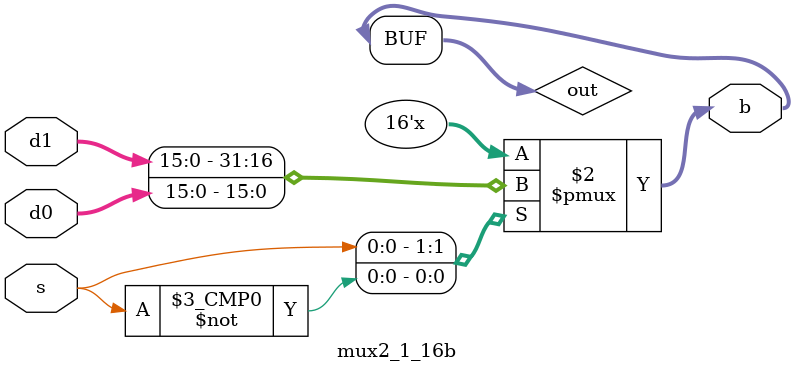
<source format=v>
module mux2_1_16b(d0, d1, b, s);
	input s;
	input [15:0] d0, d1;
	output [15:0] b;

	reg [15:0] out;
	always @*case(s)
		1'b1 : out = d1;
		1'b0 : out = d0;
	endcase
	
	assign b = out;
endmodule

</source>
